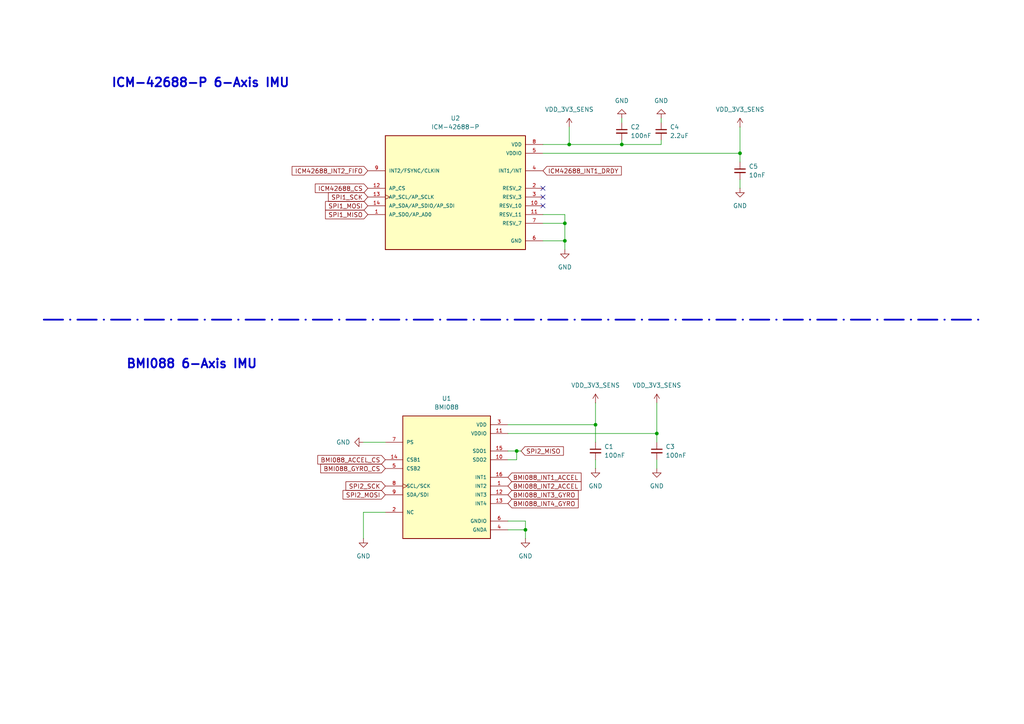
<source format=kicad_sch>
(kicad_sch (version 20250114) (generator "eeschema") (generator_version "9.0")
  (paper "A4")
  (lib_symbols
    (symbol "BMI088:BMI088" (pin_names (offset 1.016))
      (property "Reference" "U" (at -12.7 18.415 0))
      (property "Value" "BMI088" (at -12.7 -20.32 0))
      (symbol "BMI088_0_0"
        (rectangle (start -12.7 -17.78) (end 12.7 17.78) (stroke (width 0.254)) (fill (type background)))
        (pin input line (at -17.78 10.16 0) (length 5.08) (name "PS") (number "7"))
        (pin input line (at -17.78 5.08 0) (length 5.08) (name "CSB1") (number "14"))
        (pin input line (at -17.78 2.54 0) (length 5.08) (name "CSB2") (number "5"))
        (pin input clock (at -17.78 -2.54 0) (length 5.08) (name "SCL/SCK") (number "8"))
        (pin bidirectional line (at -17.78 -5.08 0) (length 5.08) (name "SDA/SDI") (number "9"))
        (pin passive line (at -17.78 -10.16 0) (length 5.08) (name "NC") (number "2"))
        (pin power_in line (at 17.78 15.24 180) (length 5.08) (name "VDD") (number "3"))
        (pin power_in line (at 17.78 12.7 180) (length 5.08) (name "VDDIO") (number "11"))
        (pin output line (at 17.78 7.62 180) (length 5.08) (name "SDO1") (number "15"))
        (pin output line (at 17.78 5.08 180) (length 5.08) (name "SDO2") (number "10"))
        (pin bidirectional line (at 17.78 0 180) (length 5.08) (name "INT1") (number "16"))
        (pin bidirectional line (at 17.78 -2.54 180) (length 5.08) (name "INT2") (number "1"))
        (pin bidirectional line (at 17.78 -5.08 180) (length 5.08) (name "INT3") (number "12"))
        (pin bidirectional line (at 17.78 -7.62 180) (length 5.08) (name "INT4") (number "13"))
        (pin power_in line (at 17.78 -12.7 180) (length 5.08) (name "GNDIO") (number "6"))
        (pin power_in line (at 17.78 -15.24 180) (length 5.08) (name "GNDA") (number "4"))
      )
    )
    (symbol "Device:C_Small" (pin_numbers (hide yes)) (pin_names (offset 0.254) (hide yes))
      (property "Reference" "C" (at 0.254 1.778 0))
      (property "Value" "C_Small" (at 0.254 -2.032 0))
      (symbol "C_Small_0_1"
        (polyline (pts (xy -1.524 0.508) (xy 1.524 0.508)) (stroke (width 0.3048)))
        (polyline (pts (xy -1.524 -0.508) (xy 1.524 -0.508)) (stroke (width 0.3302)))
      )
      (symbol "C_Small_1_1"
        (pin passive line (at 0 2.54 270) (length 2.032) (name "~") (number "1"))
        (pin passive line (at 0 -2.54 90) (length 2.032) (name "~") (number "2"))
      )
    )
    (symbol "ICM-42688-P:ICM-42688-P" (pin_names (offset 1.016))
      (property "Reference" "U" (at -20.32 16.002 0))
      (property "Value" "ICM-42688-P" (at -20.32 -20.32 0))
      (symbol "ICM-42688-P_0_0"
        (rectangle (start -20.32 -17.78) (end 20.32 15.24) (stroke (width 0.254)) (fill (type background)))
        (pin bidirectional line (at -25.4 5.08 0) (length 5.08) (name "INT2/FSYNC/CLKIN") (number "9"))
        (pin input line (at -25.4 0 0) (length 5.08) (name "AP_CS") (number "12"))
        (pin input clock (at -25.4 -2.54 0) (length 5.08) (name "AP_SCL/AP_SCLK") (number "13"))
        (pin bidirectional line (at -25.4 -5.08 0) (length 5.08) (name "AP_SDA/AP_SDIO/AP_SDI") (number "14"))
        (pin bidirectional line (at -25.4 -7.62 0) (length 5.08) (name "AP_SDO/AP_AD0") (number "1"))
        (pin power_in line (at 25.4 12.7 180) (length 5.08) (name "VDD") (number "8"))
        (pin power_in line (at 25.4 10.16 180) (length 5.08) (name "VDDIO") (number "5"))
        (pin output line (at 25.4 5.08 180) (length 5.08) (name "INT1/INT") (number "4"))
        (pin passive line (at 25.4 0 180) (length 5.08) (name "RESV_2") (number "2"))
        (pin passive line (at 25.4 -2.54 180) (length 5.08) (name "RESV_3") (number "3"))
        (pin passive line (at 25.4 -5.08 180) (length 5.08) (name "RESV_10") (number "10"))
        (pin passive line (at 25.4 -7.62 180) (length 5.08) (name "RESV_11") (number "11"))
        (pin passive line (at 25.4 -10.16 180) (length 5.08) (name "RESV_7") (number "7"))
        (pin power_in line (at 25.4 -15.24 180) (length 5.08) (name "GND") (number "6"))
      )
    )
    (symbol "power:GND" (power) (pin_numbers (hide yes)) (pin_names (offset 0) (hide yes))
      (property "Value" "GND" (at 0 -3.81 0))
      (symbol "GND_0_1"
        (polyline (pts (xy 0 0) (xy 0 -1.27) (xy 1.27 -1.27) (xy 0 -2.54) (xy -1.27 -1.27) (xy 0 -1.27)))
      )
      (symbol "GND_1_1"
        (pin power_in line (at 0 0 270) (length 0) (name "~") (number "1"))
      )
    )
    (symbol "power:VCC" (power) (pin_numbers (hide yes)) (pin_names (offset 0) (hide yes))
      (property "Value" "VCC" (at 0 3.556 0))
      (symbol "VCC_0_1"
        (polyline (pts (xy -0.762 1.27) (xy 0 2.54)))
        (polyline (pts (xy 0 2.54) (xy 0.762 1.27)))
        (polyline (pts (xy 0 0) (xy 0 2.54)))
      )
      (symbol "VCC_1_1"
        (pin power_in line (at 0 0 90) (length 0) (name "~") (number "1"))
      )
    )
  )
  (text "BMI088 6-Axis IMU\n" (at 55.626 105.664 0) (effects (font (size 2.54 2.54) (thickness 0.508) (bold yes))))
  (text "ICM-42688-P 6-Axis IMU\n" (at 58.166 24.13 0) (effects (font (size 2.54 2.54) (thickness 0.508) (bold yes))))
  (junction (at 163.83 69.85))
  (junction (at 180.34 41.91))
  (junction (at 152.4 153.67))
  (junction (at 190.5 125.73))
  (junction (at 149.86 130.81))
  (junction (at 172.72 123.19))
  (junction (at 165.1 41.91))
  (junction (at 214.63 44.45))
  (junction (at 163.83 64.77))
  (no_connect (at 157.48 57.15))
  (no_connect (at 157.48 59.69))
  (no_connect (at 157.48 54.61))
  (wire (pts (xy 190.5 116.84) (xy 190.5 125.73)))
  (wire (pts (xy 147.32 153.67) (xy 152.4 153.67)))
  (wire (pts (xy 147.32 133.35) (xy 149.86 133.35)))
  (wire (pts (xy 190.5 133.35) (xy 190.5 135.89)))
  (wire (pts (xy 147.32 151.13) (xy 152.4 151.13)))
  (wire (pts (xy 105.41 148.59) (xy 105.41 156.21)))
  (wire (pts (xy 105.41 128.27) (xy 111.76 128.27)))
  (wire (pts (xy 191.77 34.29) (xy 191.77 35.56)))
  (wire (pts (xy 172.72 133.35) (xy 172.72 135.89)))
  (wire (pts (xy 163.83 62.23) (xy 163.83 64.77)))
  (wire (pts (xy 163.83 69.85) (xy 163.83 72.39)))
  (wire (pts (xy 180.34 34.29) (xy 180.34 35.56)))
  (wire (pts (xy 163.83 64.77) (xy 163.83 69.85)))
  (polyline (pts (xy 12.7 92.71) (xy 284.48 92.71)) (stroke (width 0.508) (type dash_dot)))
  (wire (pts (xy 111.76 148.59) (xy 105.41 148.59)))
  (wire (pts (xy 157.48 44.45) (xy 214.63 44.45)))
  (wire (pts (xy 191.77 41.91) (xy 191.77 40.64)))
  (wire (pts (xy 165.1 36.83) (xy 165.1 41.91)))
  (wire (pts (xy 214.63 52.07) (xy 214.63 54.61)))
  (wire (pts (xy 149.86 133.35) (xy 149.86 130.81)))
  (wire (pts (xy 180.34 41.91) (xy 191.77 41.91)))
  (wire (pts (xy 147.32 125.73) (xy 190.5 125.73)))
  (wire (pts (xy 147.32 130.81) (xy 149.86 130.81)))
  (wire (pts (xy 152.4 153.67) (xy 152.4 156.21)))
  (wire (pts (xy 149.86 130.81) (xy 151.13 130.81)))
  (wire (pts (xy 214.63 36.83) (xy 214.63 44.45)))
  (wire (pts (xy 180.34 40.64) (xy 180.34 41.91)))
  (wire (pts (xy 165.1 41.91) (xy 157.48 41.91)))
  (wire (pts (xy 147.32 123.19) (xy 172.72 123.19)))
  (wire (pts (xy 190.5 125.73) (xy 190.5 128.27)))
  (wire (pts (xy 214.63 46.99) (xy 214.63 44.45)))
  (wire (pts (xy 157.48 62.23) (xy 163.83 62.23)))
  (wire (pts (xy 172.72 123.19) (xy 172.72 128.27)))
  (wire (pts (xy 152.4 151.13) (xy 152.4 153.67)))
  (wire (pts (xy 157.48 69.85) (xy 163.83 69.85)))
  (wire (pts (xy 172.72 116.84) (xy 172.72 123.19)))
  (wire (pts (xy 165.1 41.91) (xy 180.34 41.91)))
  (wire (pts (xy 157.48 64.77) (xy 163.83 64.77)))
  (global_label "ICM42688_CS" (shape input) (at 106.68 54.61 180) (property "Intersheetrefs" "${INTERSHEET_REFS}" (effects (hide yes))))
  (global_label "SPI1_MISO" (shape input) (at 106.68 62.23 180) (property "Intersheetrefs" "${INTERSHEET_REFS}" (effects (hide yes))))
  (global_label "SPI2_SCK" (shape input) (at 111.76 140.97 180) (property "Intersheetrefs" "${INTERSHEET_REFS}" (effects (hide yes))))
  (global_label "SPI2_MISO" (shape input) (at 151.13 130.81 0) (property "Intersheetrefs" "${INTERSHEET_REFS}" (effects (hide yes))))
  (global_label "SPI1_MOSI" (shape input) (at 106.68 59.69 180) (property "Intersheetrefs" "${INTERSHEET_REFS}" (effects (hide yes))))
  (global_label "BMI088_GYRO_CS" (shape input) (at 111.76 135.89 180) (property "Intersheetrefs" "${INTERSHEET_REFS}" (effects (hide yes))))
  (global_label "ICM42688_INT1_DRDY" (shape input) (at 157.48 49.53 0) (property "Intersheetrefs" "${INTERSHEET_REFS}" (effects (hide yes))))
  (global_label "BMI088_INT2_ACCEL" (shape input) (at 147.32 140.97 0) (property "Intersheetrefs" "${INTERSHEET_REFS}" (effects (hide yes))))
  (global_label "BMI088_INT4_GYRO" (shape input) (at 147.32 146.05 0) (property "Intersheetrefs" "${INTERSHEET_REFS}" (effects (hide yes))))
  (global_label "BMI088_INT3_GYRO" (shape input) (at 147.32 143.51 0) (property "Intersheetrefs" "${INTERSHEET_REFS}" (effects (hide yes))))
  (global_label "SPI2_MOSI" (shape input) (at 111.76 143.51 180) (property "Intersheetrefs" "${INTERSHEET_REFS}" (effects (hide yes))))
  (global_label "SPI1_SCK" (shape input) (at 106.68 57.15 180) (property "Intersheetrefs" "${INTERSHEET_REFS}" (effects (hide yes))))
  (global_label "BMI088_INT1_ACCEL" (shape input) (at 147.32 138.43 0) (property "Intersheetrefs" "${INTERSHEET_REFS}" (effects (hide yes))))
  (global_label "ICM42688_INT2_FIFO" (shape input) (at 106.68 49.53 180) (property "Intersheetrefs" "${INTERSHEET_REFS}" (effects (hide yes))))
  (global_label "BMI088_ACCEL_CS" (shape input) (at 111.76 133.35 180) (property "Intersheetrefs" "${INTERSHEET_REFS}" (effects (hide yes))))
  (symbol (lib_id "Device:C_Small") (at 214.63 49.53 0) (unit 1)
    (property "Reference" "C5" (at 217.17 48.2662 0) (effects (justify left)))
    (property "Value" "10nF" (at 217.17 50.8062 0) (effects (justify left)))
    (property "Footprint" "Capacitor_SMD:C_0402_1005Metric" (effects (hide yes)))
    (property "Description" "Unpolarized capacitor, small symbol" (effects (hide yes)))
    (instances (project "Autopilot DronmarketV2" (path "" (reference "C5") (unit 1))) (project "Autopilot Dronmarket" (path "" (reference "C40") (unit 1))))
  )
  (symbol (lib_id "Device:C_Small") (at 191.77 38.1 0) (unit 1)
    (property "Reference" "C4" (at 194.31 36.8362 0) (effects (justify left)))
    (property "Value" "2.2uF" (at 194.31 39.3762 0) (effects (justify left)))
    (property "Footprint" "Capacitor_SMD:C_0402_1005Metric" (effects (hide yes)))
    (property "Description" "Unpolarized capacitor, small symbol" (effects (hide yes)))
    (instances (project "Autopilot DronmarketV2" (path "" (reference "C4") (unit 1))) (project "Autopilot Dronmarket" (path "" (reference "C54") (unit 1))))
  )
  (symbol (lib_id "power:VCC") (at 214.63 36.83 0) (unit 1)
    (property "Reference" "#PWR0124" (effects (hide yes)))
    (property "Value" "VDD_3V3_SENS" (at 214.63 31.75 0))
    (property "Description" "Power symbol creates a global label with name \"VCC\"" (effects (hide yes)))
    (instances (project "Autopilot DronmarketV2" (path "" (reference "#PWR0124") (unit 1))) (project "Autopilot Dronmarket" (path "" (reference "#PWR050") (unit 1))))
  )
  (symbol (lib_id "power:VCC") (at 172.72 116.84 0) (unit 1)
    (property "Reference" "#PWR0125" (effects (hide yes)))
    (property "Value" "VDD_3V3_SENS" (at 172.72 111.76 0))
    (property "Description" "Power symbol creates a global label with name \"VCC\"" (effects (hide yes)))
    (instances (project "Autopilot DronmarketV2" (path "" (reference "#PWR0125") (unit 1))) (project "Autopilot Dronmarket" (path "" (reference "#PWR054") (unit 1))))
  )
  (symbol (lib_id "power:VCC") (at 190.5 116.84 0) (unit 1)
    (property "Reference" "#PWR0131" (effects (hide yes)))
    (property "Value" "VDD_3V3_SENS" (at 190.5 111.76 0))
    (property "Description" "Power symbol creates a global label with name \"VCC\"" (effects (hide yes)))
    (instances (project "Autopilot DronmarketV2" (path "" (reference "#PWR0131") (unit 1))) (project "Autopilot Dronmarket" (path "" (reference "#PWR055") (unit 1))))
  )
  (symbol (lib_id "power:GND") (at 105.41 156.21 0) (unit 1)
    (property "Reference" "#PWR0129" (effects (hide yes)))
    (property "Value" "GND" (at 105.41 161.29 0))
    (property "Description" "Power symbol creates a global label with name \"GND\" , ground" (effects (hide yes)))
    (instances (project "Autopilot DronmarketV2" (path "" (reference "#PWR0129") (unit 1))) (project "Autopilot Dronmarket" (path "" (reference "#PWR057") (unit 1))))
  )
  (symbol (lib_id "power:GND") (at 190.5 135.89 0) (unit 1)
    (property "Reference" "#PWR0126" (effects (hide yes)))
    (property "Value" "GND" (at 190.5 140.97 0))
    (property "Description" "Power symbol creates a global label with name \"GND\" , ground" (effects (hide yes)))
    (instances (project "Autopilot DronmarketV2" (path "" (reference "#PWR0126") (unit 1))) (project "Autopilot Dronmarket" (path "" (reference "#PWR053") (unit 1))))
  )
  (symbol (lib_id "Device:C_Small") (at 172.72 130.81 0) (unit 1)
    (property "Reference" "C1" (at 175.26 129.5462 0) (effects (justify left)))
    (property "Value" "100nF" (at 175.26 132.0862 0) (effects (justify left)))
    (property "Footprint" "Capacitor_SMD:C_0402_1005Metric" (effects (hide yes)))
    (property "Description" "Unpolarized capacitor, small symbol" (effects (hide yes)))
    (instances (project "Autopilot DronmarketV2" (path "" (reference "C1") (unit 1))) (project "Autopilot Dronmarket" (path "" (reference "C42") (unit 1))))
  )
  (symbol (lib_id "power:GND") (at 191.77 34.29 180) (unit 1)
    (property "Reference" "#PWR0120" (effects (hide yes)))
    (property "Value" "GND" (at 191.77 29.21 0))
    (property "Description" "Power symbol creates a global label with name \"GND\" , ground" (effects (hide yes)))
    (instances (project "Autopilot DronmarketV2" (path "" (reference "#PWR0120") (unit 1))) (project "Autopilot Dronmarket" (path "" (reference "#PWR084") (unit 1))))
  )
  (symbol (lib_id "Device:C_Small") (at 190.5 130.81 0) (unit 1)
    (property "Reference" "C3" (at 193.04 129.5462 0) (effects (justify left)))
    (property "Value" "100nF" (at 193.04 132.0862 0) (effects (justify left)))
    (property "Footprint" "Capacitor_SMD:C_0402_1005Metric" (effects (hide yes)))
    (property "Description" "Unpolarized capacitor, small symbol" (effects (hide yes)))
    (instances (project "Autopilot DronmarketV2" (path "" (reference "C3") (unit 1))) (project "Autopilot Dronmarket" (path "" (reference "C41") (unit 1))))
  )
  (symbol (lib_id "power:GND") (at 152.4 156.21 0) (unit 1)
    (property "Reference" "#PWR0128" (effects (hide yes)))
    (property "Value" "GND" (at 152.4 161.29 0))
    (property "Description" "Power symbol creates a global label with name \"GND\" , ground" (effects (hide yes)))
    (instances (project "Autopilot DronmarketV2" (path "" (reference "#PWR0128") (unit 1))) (project "Autopilot Dronmarket" (path "" (reference "#PWR056") (unit 1))))
  )
  (symbol (lib_id "power:GND") (at 172.72 135.89 0) (unit 1)
    (property "Reference" "#PWR0127" (effects (hide yes)))
    (property "Value" "GND" (at 172.72 140.97 0))
    (property "Description" "Power symbol creates a global label with name \"GND\" , ground" (effects (hide yes)))
    (instances (project "Autopilot DronmarketV2" (path "" (reference "#PWR0127") (unit 1))) (project "Autopilot Dronmarket" (path "" (reference "#PWR052") (unit 1))))
  )
  (symbol (lib_id "power:GND") (at 180.34 34.29 180) (unit 1)
    (property "Reference" "#PWR0119" (effects (hide yes)))
    (property "Value" "GND" (at 180.34 29.21 0))
    (property "Description" "Power symbol creates a global label with name \"GND\" , ground" (effects (hide yes)))
    (instances (project "Autopilot DronmarketV2" (path "" (reference "#PWR0119") (unit 1))) (project "Autopilot Dronmarket" (path "" (reference "#PWR085") (unit 1))))
  )
  (symbol (lib_id "power:GND") (at 105.41 128.27 270) (unit 1)
    (property "Reference" "#PWR0130" (effects (hide yes)))
    (property "Value" "GND" (at 101.6 128.2699 90) (effects (justify right)))
    (property "Description" "Power symbol creates a global label with name \"GND\" , ground" (effects (hide yes)))
    (instances (project "Autopilot DronmarketV2" (path "" (reference "#PWR0130") (unit 1))) (project "Autopilot Dronmarket" (path "" (reference "#PWR058") (unit 1))))
  )
  (symbol (lib_id "BMI088:BMI088") (at 129.54 138.43 0) (unit 1)
    (property "Reference" "U1" (at 129.54 115.57 0))
    (property "Value" "BMI088" (at 129.54 118.11 0))
    (property "Footprint" "BMI088:PQFN50P450X300X100-16N" (effects (hide yes)))
    (property "MF" "Bosch Sensortec" (effects (hide yes)))
    (property "PURCHASE-URL" "https://pricing.snapeda.com/search/part/BMI088/?ref=eda" (effects (hide yes)))
    (property "PACKAGE" "VFLGA-16 Bosch Sensortec" (effects (hide yes)))
    (property "PRICE" "None" (effects (hide yes)))
    (property "Package" "VFLGA-16 Bosch Sensortec" (effects (hide yes)))
    (property "Check_prices" "https://www.snapeda.com/parts/BMI088/Bosch/view-part/?ref=eda" (effects (hide yes)))
    (property "Price" "None" (effects (hide yes)))
    (property "SnapEDA_Link" "https://www.snapeda.com/parts/BMI088/Bosch/view-part/?ref=snap" (effects (hide yes)))
    (property "MP" "BMI088" (effects (hide yes)))
    (property "Description_1" "Accelerometer, Gyroscope, 6 Axis Sensor I2C, SPI Output" (effects (hide yes)))
    (property "Availability" "In Stock" (effects (hide yes)))
    (property "AVAILABILITY" "In Stock" (effects (hide yes)))
    (property "DESCRIPTION" "Accelerometer, Gyroscope, 6 Axis Sensor I²C, SPI Output" (effects (hide yes)))
    (instances (project "Autopilot DronmarketV2" (path "" (reference "U1") (unit 1))) (project "Autopilot Dronmarket" (path "" (reference "U8") (unit 1))))
  )
  (symbol (lib_id "Device:C_Small") (at 180.34 38.1 0) (unit 1)
    (property "Reference" "C2" (at 182.88 36.8362 0) (effects (justify left)))
    (property "Value" "100nF" (at 182.88 39.3762 0) (effects (justify left)))
    (property "Footprint" "Capacitor_SMD:C_0402_1005Metric" (effects (hide yes)))
    (property "Description" "Unpolarized capacitor, small symbol" (effects (hide yes)))
    (instances (project "Autopilot DronmarketV2" (path "" (reference "C2") (unit 1))) (project "Autopilot Dronmarket" (path "" (reference "C53") (unit 1))))
  )
  (symbol (lib_id "ICM-42688-P:ICM-42688-P") (at 132.08 54.61 0) (unit 1)
    (property "Reference" "U2" (at 132.08 34.29 0))
    (property "Value" "ICM-42688-P" (at 132.08 36.83 0))
    (property "Footprint" "ICM-42688-P:PQFN50P300X250X97-14N" (effects (hide yes)))
    (property "MF" "TDK InvenSense" (effects (hide yes)))
    (property "MAXIMUM_PACKAGE_HEIGHT" "0.97mm" (effects (hide yes)))
    (property "Package" "LGA-14 TDK InvenSense" (effects (hide yes)))
    (property "Price" "None" (effects (hide yes)))
    (property "Check_prices" "https://www.snapeda.com/parts/ICM-42688-P/TDK/view-part/?ref=eda" (effects (hide yes)))
    (property "STANDARD" "IPC-7351B" (effects (hide yes)))
    (property "PARTREV" "1.2" (effects (hide yes)))
    (property "SnapEDA_Link" "https://www.snapeda.com/parts/ICM-42688-P/TDK/view-part/?ref=snap" (effects (hide yes)))
    (property "MP" "ICM-42688-P" (effects (hide yes)))
    (property "Description_1" "Accelerometer, Gyroscope, 6 Axis Sensor - Output" (effects (hide yes)))
    (property "Availability" "In Stock" (effects (hide yes)))
    (property "MANUFACTURER" "TDK InvenSense" (effects (hide yes)))
  )
  (symbol (lib_id "power:VCC") (at 165.1 36.83 0) (unit 1)
    (property "Reference" "#PWR0121" (effects (hide yes)))
    (property "Value" "VDD_3V3_SENS" (at 165.1 31.75 0))
    (property "Description" "Power symbol creates a global label with name \"VCC\"" (effects (hide yes)))
    (instances (project "Autopilot DronmarketV2" (path "" (reference "#PWR0121") (unit 1))) (project "Autopilot Dronmarket" (path "" (reference "#PWR047") (unit 1))))
  )
  (symbol (lib_id "power:GND") (at 214.63 54.61 0) (unit 1)
    (property "Reference" "#PWR0122" (effects (hide yes)))
    (property "Value" "GND" (at 214.63 59.69 0))
    (property "Description" "Power symbol creates a global label with name \"GND\" , ground" (effects (hide yes)))
    (instances (project "Autopilot DronmarketV2" (path "" (reference "#PWR0122") (unit 1))) (project "Autopilot Dronmarket" (path "" (reference "#PWR049") (unit 1))))
  )
  (symbol (lib_id "power:GND") (at 163.83 72.39 0) (unit 1)
    (property "Reference" "#PWR0123" (effects (hide yes)))
    (property "Value" "GND" (at 163.83 77.47 0))
    (property "Description" "Power symbol creates a global label with name \"GND\" , ground" (effects (hide yes)))
    (instances (project "Autopilot DronmarketV2" (path "" (reference "#PWR0123") (unit 1))) (project "Autopilot Dronmarket" (path "" (reference "#PWR051") (unit 1))))
  )
)
</source>
